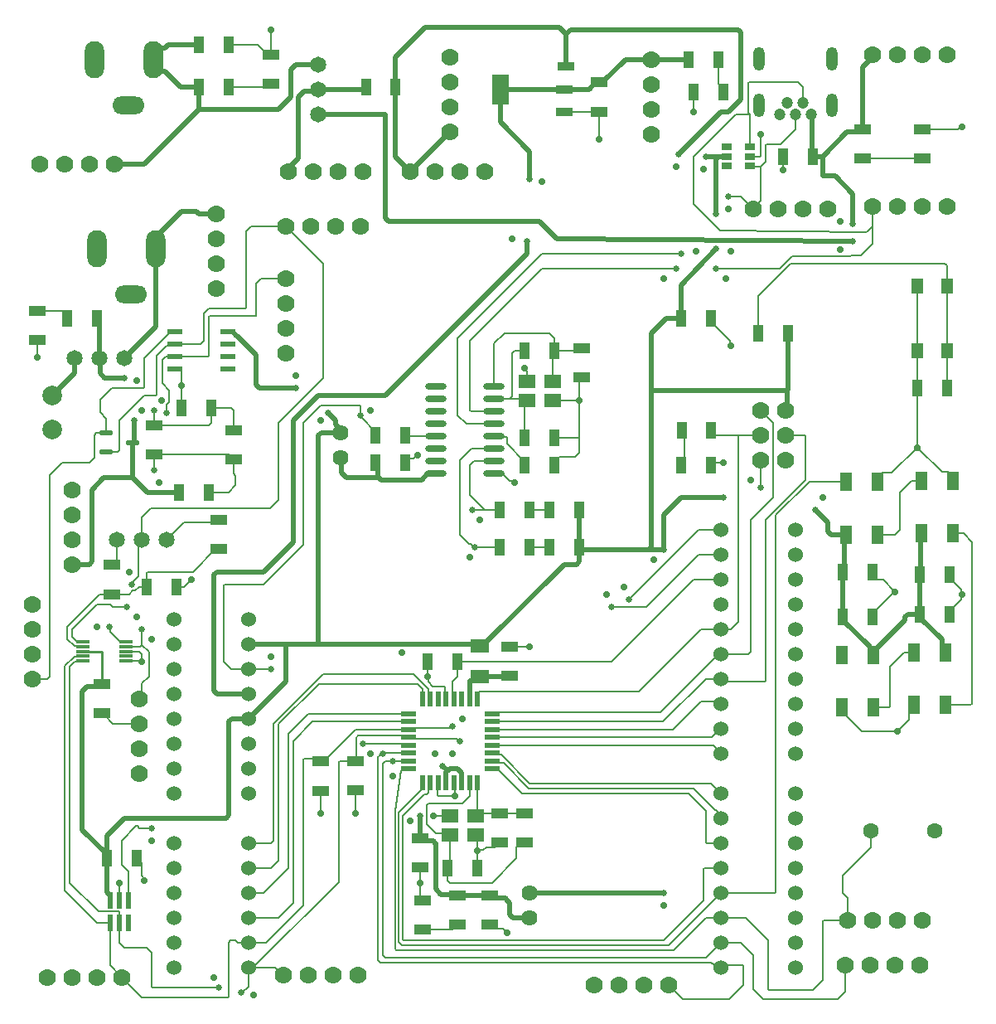
<source format=gtl>
G04*
G04 #@! TF.GenerationSoftware,Altium Limited,Altium Designer,23.8.1 (32)*
G04*
G04 Layer_Physical_Order=1*
G04 Layer_Color=255*
%FSLAX25Y25*%
%MOIN*%
G70*
G04*
G04 #@! TF.SameCoordinates,CF8B6EB2-DAF4-4016-BDB3-9DCBFEF17629*
G04*
G04*
G04 #@! TF.FilePolarity,Positive*
G04*
G01*
G75*
%ADD13C,0.01000*%
%ADD14C,0.02000*%
%ADD15C,0.00600*%
%ADD23R,0.05709X0.01181*%
%ADD24R,0.05787X0.01181*%
%ADD25R,0.07100X0.04400*%
%ADD26R,0.04400X0.07100*%
%ADD27R,0.07087X0.05512*%
%ADD28R,0.03937X0.02756*%
%ADD29R,0.04750X0.07480*%
%ADD30R,0.06693X0.03300*%
%ADD31R,0.06102X0.02362*%
%ADD32R,0.07300X0.05400*%
G04:AMPARAMS|DCode=33|XSize=63.39mil|YSize=23.23mil|CornerRadius=2.9mil|HoleSize=0mil|Usage=FLASHONLY|Rotation=270.000|XOffset=0mil|YOffset=0mil|HoleType=Round|Shape=RoundedRectangle|*
%AMROUNDEDRECTD33*
21,1,0.06339,0.01742,0,0,270.0*
21,1,0.05758,0.02323,0,0,270.0*
1,1,0.00581,-0.00871,-0.02879*
1,1,0.00581,-0.00871,0.02879*
1,1,0.00581,0.00871,0.02879*
1,1,0.00581,0.00871,-0.02879*
%
%ADD33ROUNDEDRECTD33*%
%ADD34O,0.08661X0.02400*%
%ADD35R,0.02000X0.06496*%
%ADD36R,0.06496X0.02000*%
%ADD37R,0.06693X0.12200*%
%ADD38R,0.04724X0.05906*%
G04:AMPARAMS|DCode=39|XSize=53.15mil|YSize=23.23mil|CornerRadius=5.81mil|HoleSize=0mil|Usage=FLASHONLY|Rotation=0.000|XOffset=0mil|YOffset=0mil|HoleType=Round|Shape=RoundedRectangle|*
%AMROUNDEDRECTD39*
21,1,0.05315,0.01161,0,0,0.0*
21,1,0.04154,0.02323,0,0,0.0*
1,1,0.01161,0.02077,-0.00581*
1,1,0.01161,-0.02077,-0.00581*
1,1,0.01161,-0.02077,0.00581*
1,1,0.01161,0.02077,0.00581*
%
%ADD39ROUNDEDRECTD39*%
%ADD69C,0.00600*%
%ADD70C,0.07000*%
%ADD71O,0.12992X0.07087*%
%ADD72O,0.07874X0.14961*%
%ADD73C,0.07874*%
%ADD74C,0.06496*%
%ADD75C,0.06378*%
%ADD76C,0.06000*%
%ADD77O,0.04724X0.09449*%
%ADD78C,0.04724*%
%ADD79C,0.06299*%
%ADD80C,0.02800*%
%ADD81C,0.02500*%
D13*
X28339Y142000D02*
X36000D01*
Y127900D02*
Y142000D01*
D14*
X30072Y127900D02*
X36000D01*
X38000Y45283D02*
Y59000D01*
X95000Y145000D02*
X110000D01*
X28100Y125928D02*
X30072Y127900D01*
X38000Y60450D02*
Y68000D01*
Y60450D02*
X38100Y60350D01*
X28100Y70350D02*
X38000Y60450D01*
X38100Y59000D02*
Y60350D01*
X28100Y70350D02*
Y125928D01*
X37000Y252000D02*
X45000D01*
X338000Y314000D02*
Y326000D01*
X330828Y333172D02*
X338000Y326000D01*
X218997Y308003D02*
X338000Y307000D01*
X218414Y308586D02*
X218997Y308003D01*
X269100Y289272D02*
X283000Y303750D01*
X269100Y276000D02*
Y289272D01*
X212000Y315000D02*
X218414Y308586D01*
X326000Y333172D02*
X330828D01*
X151172Y315000D02*
X212000D01*
X45000Y75000D02*
X85828D01*
X87000Y76172D02*
Y113828D01*
X85828Y75000D02*
X87000Y76172D01*
X38000Y68000D02*
X45000Y75000D01*
X123000Y245000D02*
X150000D01*
X207000Y302000D02*
Y307000D01*
X150000Y245000D02*
X207000Y302000D01*
X132000Y230000D02*
Y231185D01*
X129924Y233261D02*
X132000Y231185D01*
X129924Y233261D02*
Y234941D01*
X127000Y237865D02*
Y238000D01*
Y237865D02*
X129924Y234941D01*
X35000Y260000D02*
Y274800D01*
X33800Y276000D02*
X35000Y274800D01*
X24862Y253752D02*
Y259862D01*
X16000Y244890D02*
X24862Y253752D01*
Y259862D02*
X25000Y260000D01*
X279000Y341000D02*
X284172D01*
X291828Y392000D02*
X293000Y390828D01*
X224559Y392000D02*
X291828D01*
X293000Y364000D02*
Y390828D01*
X285000Y359000D02*
X288000D01*
X293000Y364000D01*
X268000Y342000D02*
X285000Y359000D01*
X311900Y272000D02*
X311950Y271950D01*
X311500Y247000D02*
X311800Y247300D01*
Y270000D01*
X284172Y341000D02*
X287276D01*
X257000Y247000D02*
X311500D01*
X311000Y239000D02*
X311500Y239500D01*
Y247000D01*
X323000Y199000D02*
X328000Y194000D01*
X269000Y204000D02*
X286000D01*
X283000Y339828D02*
X284172Y341000D01*
X283000Y318000D02*
Y339828D01*
X263000Y276000D02*
X269100D01*
X257000Y247000D02*
Y270000D01*
X262000Y197000D02*
X269000Y204000D01*
X365375Y189095D02*
X365650Y189370D01*
X365375Y173275D02*
Y189095D01*
X365100Y173000D02*
X365375Y173275D01*
X365100Y157000D02*
Y173000D01*
X360172Y157000D02*
X365100D01*
X359000Y155828D02*
X360172Y157000D01*
X365100Y155650D02*
X373975Y146775D01*
Y143005D02*
Y146775D01*
X365100Y155650D02*
Y157000D01*
X373975Y143005D02*
X375350Y141630D01*
X346350Y141995D02*
X359000Y154645D01*
Y155828D01*
X344975Y142005D02*
X346350Y140630D01*
X329172Y189000D02*
X335300D01*
X334700Y188400D02*
X335300Y189000D01*
X328000Y190172D02*
X329172Y189000D01*
X334700Y174600D02*
Y188400D01*
X328000Y190172D02*
Y194000D01*
X262000Y183000D02*
Y197000D01*
X334100Y154650D02*
Y156000D01*
Y154650D02*
X344975Y143775D01*
X334100Y156000D02*
Y174000D01*
X346350Y140630D02*
Y141995D01*
X344975Y142005D02*
Y143775D01*
X334100Y174000D02*
X334700Y174600D01*
X222779Y390220D02*
X224559Y392000D01*
X222779Y377100D02*
Y390220D01*
X166000Y393000D02*
X220000D01*
X222779Y390220D01*
X154000Y381000D02*
X166000Y393000D01*
X154000Y369000D02*
Y381000D01*
X257000Y270000D02*
X263000Y276000D01*
X257000Y184000D02*
Y247000D01*
X154000Y341000D02*
X160000Y335000D01*
X154000Y341000D02*
Y369000D01*
X160000Y335000D02*
X176000Y351000D01*
X98000Y249172D02*
Y261191D01*
Y249172D02*
X99172Y248000D01*
X90286Y268905D02*
X98000Y261191D01*
X99172Y248000D02*
X114000D01*
X86630Y270500D02*
X88500D01*
X90095Y268905D02*
X90286D01*
X88500Y270500D02*
X90095Y268905D01*
X124172Y230000D02*
X132000D01*
X123000Y228828D02*
X124172Y230000D01*
X256000Y183000D02*
X257000Y184000D01*
X228900Y183000D02*
X256000D01*
X227900Y184000D02*
X228000Y183900D01*
X256000Y183000D02*
X262000D01*
X228000Y178172D02*
Y183900D01*
X227900Y184000D02*
Y199000D01*
X226828Y177000D02*
X228000Y178172D01*
X123000Y145000D02*
Y228828D01*
X188950Y144150D02*
X221800Y177000D01*
X226828D01*
X188000Y144150D02*
X188950D01*
X208000Y45000D02*
X262000D01*
X123000Y145000D02*
X187150D01*
X110000D02*
X123000D01*
X187150D02*
X188000Y144150D01*
X110000Y130000D02*
Y145000D01*
X95000Y115000D02*
X110000Y130000D01*
X88172Y115000D02*
X95000D01*
X87000Y113828D02*
X88172Y115000D01*
X39260Y42016D02*
Y44024D01*
X38000Y45283D02*
X39260Y44024D01*
X150000Y316172D02*
X151172Y315000D01*
X208000Y332000D02*
Y343000D01*
X164000Y66900D02*
Y76000D01*
X54172Y205828D02*
X59950D01*
X48236Y211764D02*
X54172Y205828D01*
X30828Y177000D02*
X32000Y178172D01*
Y207000D01*
X24000Y177000D02*
X30828D01*
X32000Y207000D02*
X36764Y211764D01*
X48236D01*
X48743Y226000D02*
X48904Y226161D01*
Y234904D01*
X49000Y235000D01*
X48236Y226000D02*
X48743D01*
X35248Y253752D02*
X37000Y252000D01*
X35000Y260000D02*
X35248Y259752D01*
Y253752D02*
Y259752D01*
X60122Y206000D02*
X67100D01*
X59950Y205828D02*
X60122Y206000D01*
X48236Y211764D02*
Y226000D01*
X45000Y260000D02*
X57622Y272622D01*
Y304000D01*
X73823Y319000D02*
X74823Y318000D01*
X82000D01*
X68000Y319000D02*
X73823D01*
X57622Y308622D02*
X68000Y319000D01*
X57622Y304000D02*
Y308622D01*
X113000Y186000D02*
Y235000D01*
X123000Y245000D01*
X81000Y126172D02*
X82172Y125000D01*
X81000Y126172D02*
Y172828D01*
X82172Y125000D02*
X95000D01*
X82172Y174000D02*
X101000D01*
X81000Y172828D02*
X82172Y174000D01*
X101000D02*
X113000Y186000D01*
X196205Y354795D02*
X208000Y343000D01*
X196205Y354795D02*
Y368000D01*
X132000Y220000D02*
X132361Y219639D01*
X134172Y212000D02*
X146828D01*
X132361Y213811D02*
Y219639D01*
Y213811D02*
X134172Y212000D01*
X146828D02*
X147000Y212172D01*
X150000Y316172D02*
Y358000D01*
X147000Y212172D02*
Y217100D01*
X146100Y218000D02*
X147000Y217100D01*
Y212172D02*
X148172Y211000D01*
X164561D01*
X167061Y213500D01*
X170300D01*
X183900Y130150D02*
X188300D01*
X190000Y131850D01*
X199875Y131975D02*
X200000Y132100D01*
X190000Y131850D02*
X190125Y131975D01*
X199875D01*
X183900Y122850D02*
Y130150D01*
X123000Y358000D02*
X150000D01*
X326000Y333172D02*
Y341000D01*
X342000Y351900D02*
Y376808D01*
X346000Y380808D01*
Y382000D01*
X340800Y350700D02*
X342000Y351900D01*
X335700Y350700D02*
X340800D01*
X326000Y341000D02*
X335700Y350700D01*
X321900Y341000D02*
X326000D01*
X321560Y341340D02*
Y357535D01*
Y341340D02*
X321900Y341000D01*
X321220Y357875D02*
X321560Y357535D01*
X257000Y380000D02*
X272100D01*
X237350Y370800D02*
X246550Y380000D01*
X236000Y370800D02*
X237350D01*
X246550Y380000D02*
X257000D01*
X221795Y368000D02*
X231850D01*
X234650Y370800D01*
X236000D01*
X196205Y368000D02*
X221795D01*
X111000Y335000D02*
Y336192D01*
X115000Y340192D01*
Y365000D01*
X117140Y367140D01*
X122140D01*
X123000Y368000D01*
X107000Y360000D02*
X112000Y365000D01*
Y376000D01*
X123000Y368000D02*
X141200D01*
X142200Y369000D01*
X114000Y378000D02*
X123000D01*
X112000Y376000D02*
X114000Y378000D01*
X75000Y360000D02*
X107000D01*
X56622Y378046D02*
X59336Y375333D01*
X61289D02*
X67622Y369000D01*
X75100D01*
X56622Y378046D02*
Y380000D01*
X59336Y375333D02*
X61289D01*
X56622Y381954D02*
X59336Y384667D01*
X61289D01*
X62622Y386000D02*
X75100D01*
X56622Y380000D02*
Y381954D01*
X61289Y384667D02*
X62622Y386000D01*
X53000Y338000D02*
X75000Y360000D01*
X41000Y338000D02*
X53000D01*
X75000Y360000D02*
Y368900D01*
X75100Y369000D01*
X200000Y36172D02*
X201172Y35000D01*
X200000Y36172D02*
Y41000D01*
X201172Y35000D02*
X208000D01*
X198997Y42003D02*
X200000Y41000D01*
X198300Y42700D02*
X198997Y42003D01*
X193200Y42700D02*
X198300D01*
X192000Y43900D02*
X193200Y42700D01*
X179000Y43900D02*
X192000D01*
X170289Y46461D02*
X172450Y44300D01*
X170289Y46461D02*
Y64711D01*
X178600Y44300D02*
X179000Y43900D01*
X172450Y44300D02*
X178600D01*
X169997Y65003D02*
X170289Y64711D01*
X169300Y65700D02*
X169997Y65003D01*
X165200Y65700D02*
X169300D01*
X164000Y66900D02*
X165200Y65700D01*
X175200Y94200D02*
X176000Y95000D01*
X174400Y93400D02*
X175200Y94200D01*
X174800D02*
X175200D01*
X173000Y96000D02*
X174800Y94200D01*
X179000Y95000D02*
X180700Y93300D01*
Y89150D02*
Y93300D01*
X176000Y95000D02*
X179000D01*
X174400Y89150D02*
Y93400D01*
D15*
X332985Y300900D02*
G03*
X333149Y300904I15J2700D01*
G01*
X139068Y108351D02*
G03*
X138450Y107494I280J-853D01*
G01*
X282772Y78228D02*
G03*
X284791Y76607I18813J21368D01*
G01*
X54792Y131947D02*
Y141824D01*
X52000Y129154D02*
X54792Y131947D01*
X52000Y144617D02*
X54792Y141824D01*
X39364Y149932D02*
X43358Y145937D01*
X39364Y149932D02*
Y151637D01*
X39000Y152000D02*
X39364Y151637D01*
X36000Y116100D02*
X37350D01*
X40450Y113000D01*
X51000D01*
X25108Y137892D02*
X28168D01*
X28339Y138063D01*
X23000Y135784D02*
X25108Y137892D01*
X24906Y139953D02*
X28261D01*
X28339Y140032D01*
X21000Y136047D02*
X24906Y139953D01*
Y144046D02*
X28261D01*
X22000Y146953D02*
X24906Y144046D01*
X23972Y148000D02*
X26035Y145937D01*
X23952Y148000D02*
X23972D01*
X26035Y145937D02*
X28339D01*
X22000Y146953D02*
Y152000D01*
X28261Y144046D02*
X28339Y143968D01*
X51000Y71000D02*
X56000D01*
X49751Y71751D02*
X50248D01*
X51000Y71000D01*
X69000Y168000D02*
X72000Y171000D01*
X54352Y174000D02*
X72550D01*
X54000Y173649D02*
X54352Y174000D01*
X72550D02*
X81650Y183100D01*
X83000D01*
X159274Y219374D02*
X161374D01*
X163000Y221000D01*
X157900Y218000D02*
X159274Y219374D01*
X274000Y322000D02*
X284651Y311349D01*
X284824Y311176D02*
X343132Y310476D01*
X343309Y310476D01*
X344021Y311021D01*
X284651Y311349D02*
X284824Y311176D01*
X344049Y311049D02*
X344168Y311168D01*
X344021Y311021D02*
X344049Y311049D01*
X344168Y311168D02*
X346000Y313000D01*
Y321000D01*
Y306000D02*
Y313000D01*
X313743Y301006D02*
X314240D01*
X308737Y296000D02*
X313743Y301006D01*
X314240D02*
X332985Y300900D01*
X333149Y300904D02*
X341357Y301358D01*
X346000Y306000D01*
X187000Y55100D02*
Y62000D01*
Y67756D01*
Y62000D02*
X187067Y62067D01*
X189300D01*
X190533Y63300D01*
X150000Y98000D02*
X153000D01*
X159057D01*
X149000Y97000D02*
X150000Y98000D01*
X148486Y101000D02*
X149000D01*
X147424Y99959D02*
X147445D01*
X149107Y101107D02*
X159150D01*
X147000Y18000D02*
Y99535D01*
X147424Y99959D01*
X147445D02*
X148486Y101000D01*
X149000D02*
X149107Y101107D01*
X141000Y105000D02*
X155850D01*
X155363Y108207D02*
X158350D01*
X155943Y104907D02*
X156202D01*
X138450Y107494D02*
X138450Y107485D01*
X155219Y108351D02*
X155363Y108207D01*
X139068Y108351D02*
X155219Y108351D01*
X156202Y104907D02*
X156902Y104207D01*
X158350Y108207D02*
X159850Y106707D01*
X138450Y99800D02*
Y107485D01*
X155850Y105000D02*
X155943Y104907D01*
X156902Y104207D02*
X159150D01*
X92326Y5000D02*
X93683Y6357D01*
X94006D02*
X95000Y7351D01*
X92000Y5000D02*
X92326D01*
X93683Y6357D02*
X94006D01*
X95000Y7351D02*
Y15000D01*
X86648Y3000D02*
X87000Y3351D01*
Y25000D01*
X87752Y25752D01*
X44000Y66000D02*
X49751Y71751D01*
X52000Y144617D02*
Y151000D01*
X39243Y161000D02*
X40243Y160000D01*
X46000D01*
X34000Y161000D02*
X39243D01*
X57000Y215000D02*
Y221100D01*
X62000Y238000D02*
Y241182D01*
X63000Y242182D01*
Y247006D01*
X57000Y232900D02*
Y239000D01*
X124000Y241000D02*
X139648D01*
X140000Y240649D01*
X117000Y234000D02*
X124000Y241000D01*
X117000Y185000D02*
Y234000D01*
X274000Y341000D02*
X290869Y357869D01*
X274000Y322000D02*
Y341000D01*
X290869Y357869D02*
X296577D01*
X274000Y366900D02*
X274100Y367000D01*
X274000Y359000D02*
Y366900D01*
X45693Y138031D02*
X51968D01*
X45661Y138063D02*
X45693Y138031D01*
X51968D02*
X52000Y138000D01*
Y141000D01*
X45661Y142000D02*
X51000D01*
X52000Y141000D01*
X65900Y168000D02*
X69000D01*
X52000Y124000D02*
Y129154D01*
X23000Y49000D02*
X34454Y37546D01*
X23000Y49000D02*
Y135784D01*
X21000Y46000D02*
X34000Y33000D01*
X21000Y46000D02*
Y136047D01*
X48000Y169489D02*
X50756Y172244D01*
X48000Y169000D02*
Y169489D01*
X23952Y150952D02*
X34000Y161000D01*
X40000Y165000D02*
X47000D01*
X49450Y166450D02*
X51000Y168000D01*
X47000Y165000D02*
X48450Y166450D01*
X49450D01*
X207800Y184000D02*
X216100D01*
X207900Y199000D02*
X216100D01*
X213000Y302000D02*
X269000D01*
X213000Y296000D02*
X267000D01*
X283000D02*
X308737D01*
X288000Y325000D02*
X293000D01*
X140364Y236087D02*
X146100Y230350D01*
X140000Y237000D02*
X140364Y236636D01*
Y236087D02*
Y236636D01*
X146100Y229000D02*
Y230350D01*
X140000Y237000D02*
Y240649D01*
X56000Y7351D02*
X56352Y7000D01*
X44000Y11000D02*
X52000Y3000D01*
X56352Y7000D02*
X83000D01*
X52000Y3000D02*
X86648D01*
X153800Y77964D02*
X156202Y94107D01*
X153800Y22551D02*
X153976Y22376D01*
X154351Y22000D01*
X157000Y26351D02*
X157352Y26000D01*
X155400Y77302D02*
X165000Y86902D01*
X157000Y26351D02*
Y76000D01*
X153800Y77964D02*
X153800Y22551D01*
X155400Y25200D02*
Y77302D01*
X157000Y76000D02*
X165602Y84602D01*
X155400Y25200D02*
X156600Y24000D01*
X165000Y86902D02*
Y89150D01*
X165602Y84602D02*
X166539D01*
X156202Y94107D02*
X159150Y94807D01*
X159057Y98000D02*
X159150Y97907D01*
X180000Y189000D02*
X183768Y185232D01*
X184253D01*
X185486Y184000D01*
X196000D01*
X180000Y189000D02*
Y219000D01*
X184500Y223500D01*
X147000Y18000D02*
X148000Y17000D01*
X138000Y97900D02*
X138450Y99800D01*
X43358Y145937D02*
X45661D01*
X51000Y123000D02*
X52000Y124000D01*
X51358Y143975D02*
X52000Y144617D01*
X45668Y143975D02*
X51358D01*
X52000Y187000D02*
Y196000D01*
X55500Y199500D02*
X103500D01*
X52000Y196000D02*
X55500Y199500D01*
X103500D02*
X107000Y203000D01*
Y234000D01*
X159850Y106707D02*
X178779D01*
X179486Y106000D02*
X180000D01*
X178779Y106707D02*
X179486Y106000D01*
X159850Y111207D02*
X175693D01*
X176486Y112000D02*
X177000D01*
X159150Y110507D02*
X159850Y111207D01*
X175693D02*
X176486Y112000D01*
X60249Y249757D02*
Y259248D01*
Y249757D02*
X63000Y247006D01*
X60249Y259248D02*
X61500Y260500D01*
X65370D01*
X57000Y221100D02*
X87100D01*
X89000Y219200D01*
X34454Y37546D02*
X42649D01*
X43000Y33000D02*
Y37195D01*
X42649Y37546D02*
X43000Y37195D01*
X39000Y33000D02*
X39260Y32740D01*
X34000Y33000D02*
X39000D01*
X50756Y184160D02*
X52000Y185405D01*
X50756Y172244D02*
Y184160D01*
X52000Y185405D02*
Y187000D01*
X51000Y168000D02*
X54100D01*
X23952Y148000D02*
Y150952D01*
X43000Y42016D02*
Y49000D01*
Y25000D02*
Y33000D01*
X56000Y7351D02*
Y21000D01*
X54000Y23000D02*
X56000Y21000D01*
X45000Y23000D02*
X54000D01*
X43000Y25000D02*
X45000Y23000D01*
X39260Y15740D02*
Y32740D01*
Y15740D02*
X44000Y11000D01*
Y56313D02*
Y66000D01*
Y56313D02*
X46740Y53572D01*
Y42016D02*
Y53572D01*
X51800Y51795D02*
Y57100D01*
Y51795D02*
X53000Y50595D01*
X49900Y59000D02*
X51800Y57100D01*
X53000Y50000D02*
Y50595D01*
X22000Y152000D02*
X35000Y165000D01*
X40000D01*
X54000Y168100D02*
Y173649D01*
Y168100D02*
X54100Y168000D01*
X100000Y292000D02*
X110000D01*
X98000Y277000D02*
Y290000D01*
X100000Y292000D01*
X79900Y233900D02*
Y240000D01*
X78900Y232900D02*
X79900Y233900D01*
X57000Y232900D02*
X78900D01*
X68000Y240100D02*
Y249000D01*
Y240100D02*
X68100Y240000D01*
X65370Y255500D02*
X67119D01*
X68000Y254619D01*
Y249000D02*
Y254619D01*
X10000Y260100D02*
Y267100D01*
X82100Y194000D02*
X83000Y194900D01*
X69000Y194000D02*
X82100D01*
X125000Y252000D02*
Y298000D01*
X107000Y234000D02*
X125000Y252000D01*
X110000Y313000D02*
X125000Y298000D01*
X62000Y187000D02*
X69000Y194000D01*
X42000Y178700D02*
Y187000D01*
X40100Y176800D02*
X42000Y178700D01*
X40000Y176800D02*
X40100D01*
X8000Y131000D02*
X14000D01*
X15000Y132000D01*
Y213000D01*
X20000Y218000D01*
X31000D01*
X33000Y220000D01*
Y229000D01*
X33740Y229740D01*
X37764D01*
X20100Y278800D02*
X22000Y276900D01*
X10000Y278800D02*
X20100D01*
X22000Y276000D02*
Y276900D01*
X79000Y276648D02*
X79352Y277000D01*
X98000D01*
X79000Y261000D02*
Y276648D01*
X78500Y260500D02*
X79000Y261000D01*
X65370Y260500D02*
X78500D01*
X96000Y313000D02*
X110000D01*
X94000Y311000D02*
X96000Y313000D01*
X79000Y280000D02*
X93648D01*
X94000Y280351D01*
Y311000D01*
X77000Y278000D02*
X79000Y280000D01*
X77000Y267000D02*
Y278000D01*
X75500Y265500D02*
X77000Y267000D01*
X65370Y265500D02*
X75500D01*
X89000Y231000D02*
Y239000D01*
X88000Y240000D02*
X89000Y239000D01*
X79900Y240000D02*
X88000D01*
X89000Y213402D02*
X89751Y212650D01*
X87000Y206000D02*
X89751Y208752D01*
X89000Y213402D02*
Y219200D01*
X89751Y208752D02*
Y212650D01*
X78900Y206000D02*
X87000D01*
X62000Y265000D02*
X64870D01*
X65370Y265500D01*
X58000Y261000D02*
X62000Y265000D01*
X57648Y245000D02*
X58000Y245352D01*
X53000Y245000D02*
X57648D01*
X58000Y245352D02*
Y261000D01*
X43000Y235000D02*
X53000Y245000D01*
X43000Y223000D02*
Y235000D01*
X42260Y222260D02*
X43000Y223000D01*
X37764Y222260D02*
X42260D01*
X37764Y229740D02*
Y235657D01*
X35249Y238172D02*
X37764Y235657D01*
X35249Y238172D02*
Y243249D01*
X40000Y248000D01*
X52649D01*
X53000Y248352D02*
Y260000D01*
X52649Y248000D02*
X53000Y248352D01*
X63500Y270500D02*
X65370D01*
X53000Y260000D02*
X63500Y270500D01*
X85352Y169000D02*
X101000D01*
X85000Y138000D02*
Y168649D01*
X85352Y169000D01*
X101000D02*
X117000Y185000D01*
X88000Y135000D02*
X95000D01*
X85000Y138000D02*
X88000Y135000D01*
X301000Y208000D02*
Y219000D01*
X280900Y218350D02*
X281250Y218000D01*
X286000D01*
X95000Y15000D02*
X105778D01*
X108777Y12000D01*
X89753Y25752D02*
X90504Y25000D01*
X289000Y264450D02*
Y265000D01*
X280900Y274650D02*
X288579Y266971D01*
Y265421D02*
X289000Y265000D01*
X280900Y274650D02*
Y276000D01*
X288579Y265421D02*
Y266971D01*
X293000Y325000D02*
X298000Y320000D01*
X179000Y268000D02*
X213000Y302000D01*
X179000Y237000D02*
Y268000D01*
Y237000D02*
X182500Y233500D01*
X193700D01*
X313000Y298000D02*
X375000D01*
X300000Y285000D02*
X313000Y298000D01*
X375000D02*
X375905Y297094D01*
Y288992D02*
Y297094D01*
X184000Y267000D02*
X213000Y296000D01*
X184000Y239000D02*
Y267000D01*
Y239000D02*
X184500Y238500D01*
X193700D01*
X364000Y224000D02*
Y247900D01*
X364100Y248000D01*
X300000Y270000D02*
Y285000D01*
X375900Y248000D02*
X375905Y248006D01*
Y263008D01*
X364094Y248006D02*
Y263008D01*
Y248006D02*
X364100Y248000D01*
X375905Y263008D02*
Y288992D01*
X364094Y263008D02*
Y288992D01*
X285000Y141000D02*
X296000D01*
X297000Y142000D02*
Y195000D01*
X296000Y141000D02*
X297000Y142000D01*
Y195000D02*
X306000Y204000D01*
Y234000D01*
X301000Y239000D02*
X306000Y234000D01*
X291950Y229000D02*
X301000D01*
X282900D02*
X291950D01*
X285000Y151000D02*
X289000D01*
X291950Y153950D01*
Y229000D01*
X280900Y217000D02*
Y218350D01*
X217900Y228000D02*
X228000D01*
Y251100D02*
X229000Y252100D01*
X219800Y220250D02*
X226250D01*
X228000Y243000D02*
Y251100D01*
X217900Y218350D02*
X219800Y220250D01*
X228000Y222000D02*
Y228000D01*
X217900Y217000D02*
Y218350D01*
X228000Y228000D02*
Y243000D01*
X217213D02*
X228000D01*
X217197Y242984D02*
X217213Y243000D01*
X226250Y220250D02*
X228000Y222000D01*
X184500Y223500D02*
X193700D01*
X201579Y210421D02*
X202000Y210000D01*
X193700Y213500D02*
X196831D01*
X199910Y210421D01*
X201579D01*
X184000Y205000D02*
Y217000D01*
Y205000D02*
X190000Y199000D01*
X185500Y218500D02*
X193700D01*
X184000Y217000D02*
X185500Y218500D01*
X190000Y199000D02*
X196100D01*
X185000D02*
X190000D01*
X206000Y255405D02*
X206803Y254602D01*
Y250622D02*
Y254602D01*
X206000Y255405D02*
Y256000D01*
X206287Y243500D02*
X206803Y242984D01*
X199994Y243500D02*
X206287D01*
X199000Y225450D02*
X206100Y218350D01*
X158400Y228500D02*
X170300D01*
X206100Y228000D02*
Y242281D01*
X198844Y228156D02*
X199000Y228000D01*
X218000Y263200D02*
Y268000D01*
X193700Y228500D02*
X194044Y228156D01*
X217800Y263000D02*
X228100D01*
X194044Y228156D02*
X198844D01*
X200997Y261997D02*
X202000Y263000D01*
X200997Y244503D02*
Y261997D01*
X198000Y270000D02*
X216000D01*
X202000Y263000D02*
X206000D01*
X199994Y243500D02*
X200997Y244503D01*
X217197Y262397D02*
X217800Y263000D01*
X218000Y263200D01*
X193700Y248500D02*
Y265700D01*
X206100Y217000D02*
Y218350D01*
Y242281D02*
X206803Y242984D01*
X193700Y243500D02*
X199994D01*
X228100Y263000D02*
X229000Y263900D01*
X217197Y250622D02*
Y262397D01*
X193700Y265700D02*
X198000Y270000D01*
X157900Y229000D02*
X158400Y228500D01*
X216000Y270000D02*
X218000Y268000D01*
X199000Y225450D02*
Y228000D01*
X95000Y135000D02*
X104000D01*
X167000Y132000D02*
Y137900D01*
X177000Y123450D02*
X177600Y122850D01*
X177000Y123450D02*
Y130000D01*
X178900Y131900D02*
Y138000D01*
X177000Y130000D02*
X178900Y131900D01*
X167000Y137900D02*
X167100Y138000D01*
X241000D02*
X274000Y171000D01*
X285000D01*
X178900Y138000D02*
X241000D01*
X276000Y181000D02*
X285000D01*
X241000Y160000D02*
X255000D01*
X276000Y181000D01*
Y191000D02*
X285000D01*
X248000Y163000D02*
X276000Y191000D01*
X90504Y25000D02*
X95000D01*
X87752Y25752D02*
X89753D01*
X108777Y12000D02*
X109000D01*
X96033Y16033D02*
X98033D01*
X131351Y49352D02*
Y97649D01*
X95000Y15000D02*
X96033Y16033D01*
X98033D02*
X131351Y49352D01*
X95000Y25000D02*
X102000D01*
X117000Y40000D02*
Y98649D01*
X102000Y25000D02*
X117000Y40000D01*
X138000Y77000D02*
Y86100D01*
X124000Y77000D02*
Y86000D01*
X131703Y98000D02*
X137900D01*
X131351Y97649D02*
X131703Y98000D01*
X137900D02*
X138000Y97900D01*
X138057Y110507D02*
X159150D01*
X124000Y97800D02*
X125350D01*
X138057Y110507D01*
X117000Y98649D02*
X117351Y99000D01*
X122800D02*
X124000Y97800D01*
X117351Y99000D02*
X122800D01*
X95000Y35000D02*
X107000D01*
X113000Y41000D01*
Y106000D01*
X101000Y45000D02*
X111000Y55000D01*
Y109000D01*
X95000Y45000D02*
X101000D01*
X105000Y66000D02*
Y113000D01*
X107000Y58000D02*
Y112737D01*
X104000Y65000D02*
X105000Y66000D01*
X95000Y65000D02*
X104000D01*
Y55000D02*
X107000Y58000D01*
X113000Y106000D02*
X120707Y113707D01*
X159150D01*
X119000Y117000D02*
X158957D01*
X159150Y116807D01*
X111000Y109000D02*
X119000Y117000D01*
X167400Y123550D02*
Y126863D01*
X161263Y133000D02*
X167400Y126863D01*
Y123550D02*
X168100Y122850D01*
X125000Y133000D02*
X161263D01*
X169000Y128000D02*
X173649D01*
X167300Y129700D02*
X169000Y128000D01*
X167300Y129700D02*
Y131700D01*
X167000Y132000D02*
X167300Y131700D01*
X105000Y113000D02*
X125000Y133000D01*
X107000Y112737D02*
X123263Y129000D01*
X163000D01*
X95000Y55000D02*
X104000D01*
X163000Y129000D02*
X165000Y127000D01*
Y122850D02*
Y127000D01*
X200000Y143900D02*
X200100Y144000D01*
X208000D01*
X277000Y151000D02*
X285000D01*
X252000Y126000D02*
X277000Y151000D01*
X192000Y126000D02*
X252000D01*
X303000Y130351D02*
Y195000D01*
X319000Y211000D01*
X307000Y45351D02*
Y196737D01*
X286000Y130000D02*
X302648D01*
X303000Y130351D01*
X307000Y196737D02*
X320523Y210260D01*
X187700Y125798D02*
X191798D01*
X187000Y122850D02*
Y125098D01*
X187700Y125798D01*
X191798D02*
X192000Y126000D01*
X174000Y123250D02*
X174400Y122850D01*
X174000Y123250D02*
Y127648D01*
X173649Y128000D02*
X174000Y127648D01*
X270100Y217000D02*
X270200Y217100D01*
Y231000D01*
X281000Y230900D02*
X282900Y229000D01*
X281000Y230900D02*
Y231000D01*
X310000Y335400D02*
Y340900D01*
X310100Y341000D01*
X381405Y353000D02*
X382000D01*
X366000Y351900D02*
X380305D01*
X381405Y353000D01*
X300648Y341000D02*
X301000Y341352D01*
X296577Y341000D02*
X300648D01*
X301000Y341352D02*
Y350000D01*
X303000Y339000D02*
Y345649D01*
X303351Y346000D01*
X301000Y337000D02*
X303000Y339000D01*
X303351Y346000D02*
X309000D01*
X314921Y351922D01*
X298000Y320222D02*
X301000Y323222D01*
X298000Y320000D02*
Y320222D01*
X301000Y323222D02*
Y337000D01*
X342000Y340100D02*
X366000D01*
X296577Y344740D02*
Y357869D01*
X295848Y358597D02*
X296577Y357869D01*
X295848Y370649D02*
X296200Y371000D01*
X316000D01*
X295848Y358597D02*
Y370649D01*
X316000Y371000D02*
X318072Y368929D01*
Y362614D02*
Y368929D01*
X296577Y337260D02*
X296837Y337000D01*
X301000D01*
X314921Y351922D02*
Y357875D01*
X283900Y370350D02*
X285900Y368350D01*
X283900Y370350D02*
Y380000D01*
X285900Y367000D02*
Y368350D01*
X236000Y348000D02*
Y359000D01*
X221795Y358900D02*
X235900D01*
X236000Y359000D01*
X285000Y131000D02*
X286000Y130000D01*
X311000Y229000D02*
X318649D01*
X319000Y211000D02*
Y228648D01*
X320523Y210260D02*
X335300D01*
X318649Y229000D02*
X319000Y228648D01*
X333650Y118005D02*
X341655Y110000D01*
X356000D01*
X333650Y118005D02*
Y119370D01*
X360575Y114575D02*
Y118295D01*
X356000Y110000D02*
X360575Y114575D01*
Y118295D02*
X362650Y120370D01*
X376275Y214070D02*
X378350Y211995D01*
X364000Y224000D02*
X373930Y214070D01*
X378350Y210630D02*
Y211995D01*
X373930Y214070D02*
X376275D01*
X350075Y213700D02*
X353700D01*
X364000Y224000D01*
X348000Y210260D02*
Y211625D01*
X350075Y213700D01*
X376900Y157000D02*
Y158350D01*
X381579Y163029D01*
Y164579D01*
X382000Y165000D01*
X381579Y165421D02*
Y166971D01*
Y165421D02*
X382000Y165000D01*
X376900Y171650D02*
Y173000D01*
Y171650D02*
X381579Y166971D01*
X354550Y166000D02*
X355000D01*
X345900Y156000D02*
Y157350D01*
X354550Y166000D01*
X345900Y172650D02*
Y174000D01*
Y172650D02*
X347800Y170750D01*
X350250D01*
X355000Y166000D01*
X358630Y141630D02*
X362650D01*
X353000Y136000D02*
X358630Y141630D01*
X352630Y119370D02*
X353000Y119740D01*
Y136000D01*
X346350Y119370D02*
X352630D01*
X385370Y120370D02*
X386000Y121000D01*
X375350Y120370D02*
X385370D01*
X386000Y121000D02*
Y186000D01*
X378350Y189370D02*
X382630D01*
X386000Y186000D01*
X348000Y189000D02*
X355000D01*
X357000Y191000D02*
Y206000D01*
X355000Y189000D02*
X357000Y191000D01*
Y206000D02*
X361630Y210630D01*
X365650D01*
X285000Y45000D02*
X306648D01*
X307000Y45351D01*
X104000Y382000D02*
Y392000D01*
X98650Y386000D02*
X102650Y382000D01*
X104000D01*
X86900Y386000D02*
X98650D01*
X102800Y369000D02*
X104000Y370200D01*
X86900Y369000D02*
X102800D01*
X157352Y26000D02*
X262000D01*
X167400Y85950D02*
Y88450D01*
X167300Y85363D02*
Y85850D01*
X167400Y88450D02*
X168100Y89150D01*
X166539Y84602D02*
X167300Y85363D01*
Y85850D02*
X167400Y85950D01*
X166550Y76007D02*
X166555Y80293D01*
X169250Y76000D02*
X176000D01*
X166550Y72632D02*
Y76007D01*
X166555Y80293D02*
X167263Y81000D01*
X193474Y30626D02*
X197374D01*
X192000Y32100D02*
X193474Y30626D01*
X197374D02*
X199000Y29000D01*
X177100Y30200D02*
X179000Y32100D01*
X165000Y30200D02*
X177100D01*
X164000Y43000D02*
X165000Y42000D01*
X164000Y43000D02*
Y49000D01*
Y55100D01*
X262000Y26000D02*
X278000Y42000D01*
X166550Y72632D02*
X170182Y69000D01*
X167263Y81000D02*
X181000D01*
X175362Y69000D02*
X176000Y68362D01*
X170182Y69000D02*
X175362D01*
X177600Y89150D02*
X178000Y88750D01*
Y84000D02*
Y88750D01*
X171000Y84351D02*
Y88850D01*
Y84351D02*
X171352Y84000D01*
X178000D01*
X171000Y88850D02*
X171300Y89150D01*
X181000Y81000D02*
X183900Y83900D01*
X278000Y42000D02*
Y54649D01*
X278351Y55000D02*
X285000D01*
X278000Y54649D02*
X278351Y55000D01*
X149000Y20000D02*
Y97000D01*
X264000Y24000D02*
X285000Y45000D01*
X156600Y24000D02*
X264000D01*
X175100Y49900D02*
Y55000D01*
Y49900D02*
X176000Y49000D01*
X193000D01*
X202750Y63300D02*
X204650Y65200D01*
X206000D01*
X202750Y58750D02*
Y63300D01*
X193000Y49000D02*
X202750Y58750D01*
X196000Y77000D02*
X206000D01*
X194100Y63300D02*
X196000Y65200D01*
X190533Y63300D02*
X194100D01*
X186900Y55000D02*
X187000Y55100D01*
X175100Y55000D02*
X176000Y55900D01*
Y68362D01*
X186394D02*
X187000Y67756D01*
Y76606D02*
X187394Y77000D01*
X186394Y76000D02*
X187000Y76606D01*
X187394Y77000D02*
X196000D01*
X183900Y83900D02*
Y89150D01*
X187000Y76606D02*
Y89150D01*
X279351Y65000D02*
X285000D01*
X279000Y65351D02*
Y78000D01*
Y65351D02*
X279351Y65000D01*
X272000Y85000D02*
X279000Y78000D01*
X285000Y65000D02*
Y65090D01*
X285901Y64521D02*
X286382Y64265D01*
X195098Y94807D02*
X204906Y85000D01*
X272000D01*
X207737Y87000D02*
X274000D01*
X281000Y89000D02*
X285000Y85000D01*
X197530Y97207D02*
X207737Y87000D01*
X208000Y89000D02*
X281000D01*
X196593Y100407D02*
X208000Y89000D01*
X284791Y76607D02*
X284824Y76574D01*
X274000Y87000D02*
X282759Y78241D01*
X284824Y76574D02*
X285000Y76398D01*
X285000Y75000D01*
X282759Y78241D02*
X282772Y78228D01*
X193550Y100407D02*
X196593D01*
X192850Y101107D02*
X193550Y100407D01*
X281407Y107407D02*
X285000Y111000D01*
X192850Y107407D02*
X281407D01*
X192850Y94807D02*
X195098D01*
X193550Y97207D02*
X197530D01*
X192850Y97907D02*
X193550Y97207D01*
X281793Y104207D02*
X285000Y101000D01*
X192850Y104207D02*
X281793D01*
X277000Y122000D02*
X284000D01*
X285000Y121000D01*
X192850Y110507D02*
X265507D01*
X277000Y122000D01*
X279000Y131000D02*
X285000D01*
X261707Y113707D02*
X279000Y131000D01*
X192850Y113707D02*
X261707D01*
X284000Y141000D02*
X285000D01*
X260507Y117507D02*
X284000Y141000D01*
X192850Y116807D02*
X193550Y117507D01*
X260507D01*
X148000Y17000D02*
X281000D01*
X149000Y20000D02*
X150000Y19000D01*
X279000D01*
X285000Y25000D01*
X281000Y17000D02*
X281967Y16033D01*
X154351Y22000D02*
X266000D01*
X279000Y35000D01*
X334000Y44866D02*
Y52000D01*
X336000Y34000D02*
Y42866D01*
X334000Y44866D02*
X336000Y42866D01*
X345205Y63205D02*
Y70000D01*
X334000Y52000D02*
X345205Y63205D01*
X326351Y34000D02*
X336000D01*
X326000Y33648D02*
X326351Y34000D01*
X326000Y10000D02*
Y33648D01*
X304000Y6352D02*
Y26000D01*
Y6352D02*
X304351Y6000D01*
X322000D01*
X326000Y10000D01*
X295000Y35000D02*
X304000Y26000D01*
X285000Y35000D02*
X295000D01*
X335000Y5300D02*
Y16000D01*
X332000Y2300D02*
X335000Y5300D01*
X298000Y6352D02*
X302051Y2300D01*
X298000Y6352D02*
Y20000D01*
X302051Y2300D02*
X332000D01*
X294000Y8000D02*
Y15649D01*
X288300Y2300D02*
X294000Y8000D01*
X293649Y16000D02*
X294000Y15649D01*
X286000Y16000D02*
X293649D01*
X293000Y25000D02*
X298000Y20000D01*
X285000Y25000D02*
X293000D01*
X264000Y8000D02*
X269700Y2300D01*
X288300D01*
X279000Y35000D02*
X285000D01*
Y15000D02*
X286000Y16000D01*
X283967Y16033D02*
X285000Y15000D01*
X281967Y16033D02*
X283967D01*
D23*
X45661Y138063D02*
D03*
D24*
Y140032D02*
D03*
Y142000D02*
D03*
Y143968D02*
D03*
Y145937D02*
D03*
X28339D02*
D03*
Y143968D02*
D03*
Y140032D02*
D03*
Y138063D02*
D03*
Y142000D02*
D03*
D25*
X36000Y129000D02*
D03*
Y117200D02*
D03*
X10000Y278900D02*
D03*
Y267100D02*
D03*
X83000Y183100D02*
D03*
Y194900D02*
D03*
X57000Y221100D02*
D03*
Y232900D02*
D03*
X40000Y165000D02*
D03*
Y176800D02*
D03*
X229000Y252100D02*
D03*
Y263900D02*
D03*
X138000Y97900D02*
D03*
Y86100D02*
D03*
X164000Y55100D02*
D03*
Y66900D02*
D03*
X206000Y77000D02*
D03*
Y65200D02*
D03*
X179000Y32100D02*
D03*
Y43900D02*
D03*
X165000Y30200D02*
D03*
Y42000D02*
D03*
X192000Y32100D02*
D03*
Y43900D02*
D03*
X196000Y65200D02*
D03*
Y77000D02*
D03*
X200000Y143900D02*
D03*
Y132100D02*
D03*
X342000Y340100D02*
D03*
Y351900D02*
D03*
X104000Y370200D02*
D03*
Y382000D02*
D03*
X236000Y359000D02*
D03*
Y370800D02*
D03*
X366000Y340100D02*
D03*
Y351900D02*
D03*
X89000Y219200D02*
D03*
Y231000D02*
D03*
X124000Y97800D02*
D03*
Y86000D02*
D03*
D26*
X68100Y240000D02*
D03*
X79900D02*
D03*
X78900Y206000D02*
D03*
X67100D02*
D03*
X38100Y59000D02*
D03*
X49900D02*
D03*
X75100Y386000D02*
D03*
X86900D02*
D03*
X311800Y270000D02*
D03*
X269100Y276000D02*
D03*
X365100Y173000D02*
D03*
Y157000D02*
D03*
X334100Y174000D02*
D03*
Y156000D02*
D03*
X154000Y369000D02*
D03*
X227900Y199000D02*
D03*
Y184000D02*
D03*
X54100Y168000D02*
D03*
X65900D02*
D03*
X280900Y276000D02*
D03*
X196100Y199000D02*
D03*
X207900D02*
D03*
X217900Y217000D02*
D03*
X206100D02*
D03*
X216100Y199000D02*
D03*
Y184000D02*
D03*
X146100Y218000D02*
D03*
X157900D02*
D03*
X196000Y184000D02*
D03*
X207800D02*
D03*
X217900Y228000D02*
D03*
X206100D02*
D03*
X157900Y229000D02*
D03*
X146100D02*
D03*
X217800Y263000D02*
D03*
X206000D02*
D03*
X167100Y138000D02*
D03*
X178900D02*
D03*
X269100Y217000D02*
D03*
X280900D02*
D03*
X285900Y367000D02*
D03*
X274100D02*
D03*
X22000Y276000D02*
D03*
X33800D02*
D03*
X186900Y55000D02*
D03*
X175100D02*
D03*
X269200Y231000D02*
D03*
X281000D02*
D03*
X310100Y341000D02*
D03*
X321900D02*
D03*
X283900Y380000D02*
D03*
X272100D02*
D03*
X86900Y369000D02*
D03*
X75100D02*
D03*
X142200D02*
D03*
X375900Y248000D02*
D03*
X364100D02*
D03*
X345900Y156000D02*
D03*
X376900Y157000D02*
D03*
Y173000D02*
D03*
X345900Y174000D02*
D03*
X300000Y270000D02*
D03*
D27*
X176000Y68362D02*
D03*
X186394Y76000D02*
D03*
X176000D02*
D03*
X186394Y68362D02*
D03*
X217197Y242984D02*
D03*
X206803Y250622D02*
D03*
X217197D02*
D03*
X206803Y242984D02*
D03*
D28*
X287276Y341000D02*
D03*
X296577Y337260D02*
D03*
Y341000D02*
D03*
Y344740D02*
D03*
X287276D02*
D03*
Y337260D02*
D03*
D29*
X365650Y189370D02*
D03*
X375350Y141630D02*
D03*
X346350Y140630D02*
D03*
X335300Y189000D02*
D03*
X362650Y141630D02*
D03*
Y120370D02*
D03*
X375350D02*
D03*
X333650Y140630D02*
D03*
Y119370D02*
D03*
X346350D02*
D03*
X378350Y189370D02*
D03*
Y210630D02*
D03*
X365650D02*
D03*
X348000Y189000D02*
D03*
Y210260D02*
D03*
X335300D02*
D03*
D30*
X222779Y377100D02*
D03*
X221795Y368000D02*
D03*
Y358900D02*
D03*
D31*
X86630Y270500D02*
D03*
Y255500D02*
D03*
Y260500D02*
D03*
Y265500D02*
D03*
X65370Y255500D02*
D03*
Y260500D02*
D03*
Y265500D02*
D03*
Y270500D02*
D03*
D32*
X188000Y144150D02*
D03*
Y131850D02*
D03*
D33*
X39260Y42016D02*
D03*
X46740D02*
D03*
X43000D02*
D03*
X39260Y33000D02*
D03*
X43000D02*
D03*
X46740D02*
D03*
D34*
X193700Y213500D02*
D03*
Y218500D02*
D03*
Y223500D02*
D03*
Y228500D02*
D03*
Y233500D02*
D03*
Y238500D02*
D03*
Y243500D02*
D03*
Y248500D02*
D03*
X170300D02*
D03*
Y243500D02*
D03*
Y238500D02*
D03*
Y233500D02*
D03*
Y228500D02*
D03*
Y223500D02*
D03*
Y218500D02*
D03*
Y213500D02*
D03*
D35*
X165000Y122850D02*
D03*
X168100D02*
D03*
X171300D02*
D03*
X174400D02*
D03*
X177600D02*
D03*
X180700D02*
D03*
X183900D02*
D03*
X187000D02*
D03*
Y89150D02*
D03*
X183900D02*
D03*
X180700D02*
D03*
X177600D02*
D03*
X174400D02*
D03*
X171300D02*
D03*
X168100D02*
D03*
X165000D02*
D03*
D36*
X159150Y94807D02*
D03*
Y97907D02*
D03*
Y101107D02*
D03*
Y104207D02*
D03*
Y107407D02*
D03*
Y110507D02*
D03*
Y113707D02*
D03*
Y116807D02*
D03*
X192850D02*
D03*
Y113707D02*
D03*
Y110507D02*
D03*
Y107407D02*
D03*
Y104207D02*
D03*
Y101107D02*
D03*
Y97907D02*
D03*
Y94807D02*
D03*
D37*
X196205Y368000D02*
D03*
D38*
X375905Y263008D02*
D03*
X364094Y288992D02*
D03*
X375905D02*
D03*
X364094Y263008D02*
D03*
D39*
X37764Y229740D02*
D03*
X48236Y226000D02*
D03*
X37764Y222260D02*
D03*
D69*
X282759Y78241D02*
D03*
X284824Y76574D02*
D03*
D70*
X24000Y197000D02*
D03*
Y207000D02*
D03*
Y177000D02*
D03*
Y187000D02*
D03*
X130000Y313000D02*
D03*
X140000D02*
D03*
X110000D02*
D03*
X120000D02*
D03*
X110000Y272000D02*
D03*
Y262000D02*
D03*
Y292000D02*
D03*
Y282000D02*
D03*
X356000Y34000D02*
D03*
X366000D02*
D03*
X336000D02*
D03*
X346000D02*
D03*
X366000Y321000D02*
D03*
X376000D02*
D03*
X346000D02*
D03*
X356000D02*
D03*
X318000Y320000D02*
D03*
X328000D02*
D03*
X298000D02*
D03*
X308000D02*
D03*
X180000Y335000D02*
D03*
X190000D02*
D03*
X170000D02*
D03*
X160000D02*
D03*
X176000Y371000D02*
D03*
Y381000D02*
D03*
Y361000D02*
D03*
Y351000D02*
D03*
X257000Y360000D02*
D03*
Y350000D02*
D03*
Y380000D02*
D03*
Y370000D02*
D03*
X8000Y151000D02*
D03*
Y161000D02*
D03*
Y131000D02*
D03*
Y141000D02*
D03*
X51000Y103000D02*
D03*
Y93000D02*
D03*
Y123000D02*
D03*
Y113000D02*
D03*
X311000Y239000D02*
D03*
X119000Y12000D02*
D03*
X109000D02*
D03*
X139000D02*
D03*
X129000D02*
D03*
X34000Y11000D02*
D03*
X44000D02*
D03*
X14000D02*
D03*
X24000D02*
D03*
X254000Y8000D02*
D03*
X264000D02*
D03*
X234000D02*
D03*
X244000D02*
D03*
X345000Y16000D02*
D03*
X335000D02*
D03*
X365000D02*
D03*
X355000D02*
D03*
X31000Y338000D02*
D03*
X41000D02*
D03*
X11000D02*
D03*
X21000D02*
D03*
X121000Y335000D02*
D03*
X111000D02*
D03*
X141000D02*
D03*
X131000D02*
D03*
X356000Y382000D02*
D03*
X346000D02*
D03*
X376000D02*
D03*
X366000D02*
D03*
X311000Y219000D02*
D03*
X301000D02*
D03*
X311000Y229000D02*
D03*
X301000D02*
D03*
Y239000D02*
D03*
X82000Y308000D02*
D03*
Y318000D02*
D03*
Y288000D02*
D03*
Y298000D02*
D03*
D71*
X47780Y285693D02*
D03*
X46780Y361693D02*
D03*
D72*
X34000Y304000D02*
D03*
X57622D02*
D03*
X56622Y380000D02*
D03*
X33000D02*
D03*
D73*
X16000Y244890D02*
D03*
Y231110D02*
D03*
D74*
X45000Y260000D02*
D03*
X35000D02*
D03*
X25000D02*
D03*
X62000Y187000D02*
D03*
X52000D02*
D03*
X42000D02*
D03*
X123000Y358000D02*
D03*
Y368000D02*
D03*
Y378000D02*
D03*
D75*
X132000Y230000D02*
D03*
X208000Y45000D02*
D03*
X132000Y220000D02*
D03*
X208000Y35000D02*
D03*
D76*
X95000Y145000D02*
D03*
Y115000D02*
D03*
Y85000D02*
D03*
Y95000D02*
D03*
Y105000D02*
D03*
Y125000D02*
D03*
Y135000D02*
D03*
Y155000D02*
D03*
X65000D02*
D03*
Y145000D02*
D03*
Y135000D02*
D03*
Y125000D02*
D03*
Y115000D02*
D03*
Y105000D02*
D03*
Y95000D02*
D03*
Y85000D02*
D03*
Y55000D02*
D03*
Y65000D02*
D03*
Y45000D02*
D03*
Y35000D02*
D03*
Y25000D02*
D03*
Y15000D02*
D03*
X315000Y191000D02*
D03*
Y181000D02*
D03*
Y171000D02*
D03*
Y161000D02*
D03*
Y151000D02*
D03*
Y141000D02*
D03*
Y131000D02*
D03*
Y121000D02*
D03*
Y111000D02*
D03*
Y101000D02*
D03*
Y15000D02*
D03*
Y25000D02*
D03*
Y35000D02*
D03*
Y45000D02*
D03*
Y55000D02*
D03*
Y65000D02*
D03*
Y75000D02*
D03*
Y85000D02*
D03*
X285000D02*
D03*
Y75000D02*
D03*
Y65000D02*
D03*
Y55000D02*
D03*
Y45000D02*
D03*
Y35000D02*
D03*
Y25000D02*
D03*
Y15000D02*
D03*
X95000Y25000D02*
D03*
Y15000D02*
D03*
Y35000D02*
D03*
Y45000D02*
D03*
Y55000D02*
D03*
Y65000D02*
D03*
X285000Y191000D02*
D03*
Y181000D02*
D03*
Y171000D02*
D03*
Y161000D02*
D03*
Y151000D02*
D03*
Y141000D02*
D03*
Y131000D02*
D03*
Y121000D02*
D03*
Y111000D02*
D03*
Y101000D02*
D03*
D77*
X300355Y380125D02*
D03*
Y361425D02*
D03*
X329645D02*
D03*
Y380125D02*
D03*
D78*
X321220Y357875D02*
D03*
X318072Y362614D02*
D03*
X311772D02*
D03*
X314921Y357875D02*
D03*
X308623D02*
D03*
D79*
X370795Y70000D02*
D03*
X345205D02*
D03*
D80*
X56000Y147000D02*
D03*
X50000Y156000D02*
D03*
X72000Y171000D02*
D03*
X163000Y221000D02*
D03*
X333000Y303600D02*
D03*
Y315000D02*
D03*
X187000Y62000D02*
D03*
X97000Y4000D02*
D03*
X124000Y235000D02*
D03*
X274000Y359000D02*
D03*
X170000Y101000D02*
D03*
X239000Y165000D02*
D03*
X288000Y320000D02*
D03*
X278000Y336000D02*
D03*
X246000Y168000D02*
D03*
X267000Y337000D02*
D03*
X289000Y303000D02*
D03*
X287000Y292000D02*
D03*
X262000D02*
D03*
X201000Y308000D02*
D03*
X52000Y138000D02*
D03*
X213000Y331000D02*
D03*
X47000Y174000D02*
D03*
X34000Y152000D02*
D03*
X59000Y210000D02*
D03*
X275000Y303000D02*
D03*
X81000Y11000D02*
D03*
X160000Y74000D02*
D03*
X153000Y92000D02*
D03*
X156700Y141600D02*
D03*
X167000Y132000D02*
D03*
X184000Y180000D02*
D03*
X144000Y101000D02*
D03*
X104000Y140000D02*
D03*
X262000Y40000D02*
D03*
X258000Y179000D02*
D03*
X188000Y195000D02*
D03*
X114000Y253000D02*
D03*
X297000Y211000D02*
D03*
X56000Y66000D02*
D03*
X144000Y239000D02*
D03*
X60000Y243000D02*
D03*
X52000Y239000D02*
D03*
X50000Y251000D02*
D03*
X177000Y101000D02*
D03*
X43000Y49000D02*
D03*
X53000Y50000D02*
D03*
X68000Y249000D02*
D03*
X10000Y260100D02*
D03*
X286000Y218000D02*
D03*
X289000Y265000D02*
D03*
X228000Y243000D02*
D03*
X202000Y210000D02*
D03*
X206000Y256000D02*
D03*
X181000Y115000D02*
D03*
X138000Y77000D02*
D03*
X124000D02*
D03*
X208000Y144000D02*
D03*
X326000Y204000D02*
D03*
X310000Y335400D02*
D03*
X382000Y353000D02*
D03*
X301000Y350000D02*
D03*
X236000Y348000D02*
D03*
X382000Y165000D02*
D03*
X364000Y224000D02*
D03*
X356000Y110000D02*
D03*
X355000Y166000D02*
D03*
X104000Y392000D02*
D03*
X169250Y76000D02*
D03*
X199000Y29000D02*
D03*
X164000Y49000D02*
D03*
X178000Y84000D02*
D03*
D81*
X45000Y252000D02*
D03*
X56000Y71000D02*
D03*
X338000Y314000D02*
D03*
Y307000D02*
D03*
X283000Y303750D02*
D03*
X153000Y98000D02*
D03*
X149000Y101000D02*
D03*
X141000Y105000D02*
D03*
X92000Y5000D02*
D03*
X52000Y151000D02*
D03*
X46000Y160000D02*
D03*
X57000Y215000D02*
D03*
X62000Y238000D02*
D03*
X57000Y239000D02*
D03*
X127000Y238000D02*
D03*
X279000Y341000D02*
D03*
X268000Y342000D02*
D03*
X48000Y169000D02*
D03*
X323000Y199000D02*
D03*
X286000Y204000D02*
D03*
X283000Y318000D02*
D03*
X262000Y183000D02*
D03*
Y45000D02*
D03*
X114000Y248000D02*
D03*
X269000Y302000D02*
D03*
X267000Y296000D02*
D03*
X207000Y307000D02*
D03*
X283000Y296000D02*
D03*
X288000Y325000D02*
D03*
X208000Y332000D02*
D03*
X140000Y237000D02*
D03*
X83000Y7000D02*
D03*
X164000Y76000D02*
D03*
X186000Y184000D02*
D03*
X39000Y152000D02*
D03*
X180000Y106000D02*
D03*
X177000Y112000D02*
D03*
X49000Y235000D02*
D03*
X301000Y208000D02*
D03*
X185000Y199000D02*
D03*
X104000Y135000D02*
D03*
X241000Y160000D02*
D03*
X248000Y163000D02*
D03*
X173000Y96000D02*
D03*
M02*

</source>
